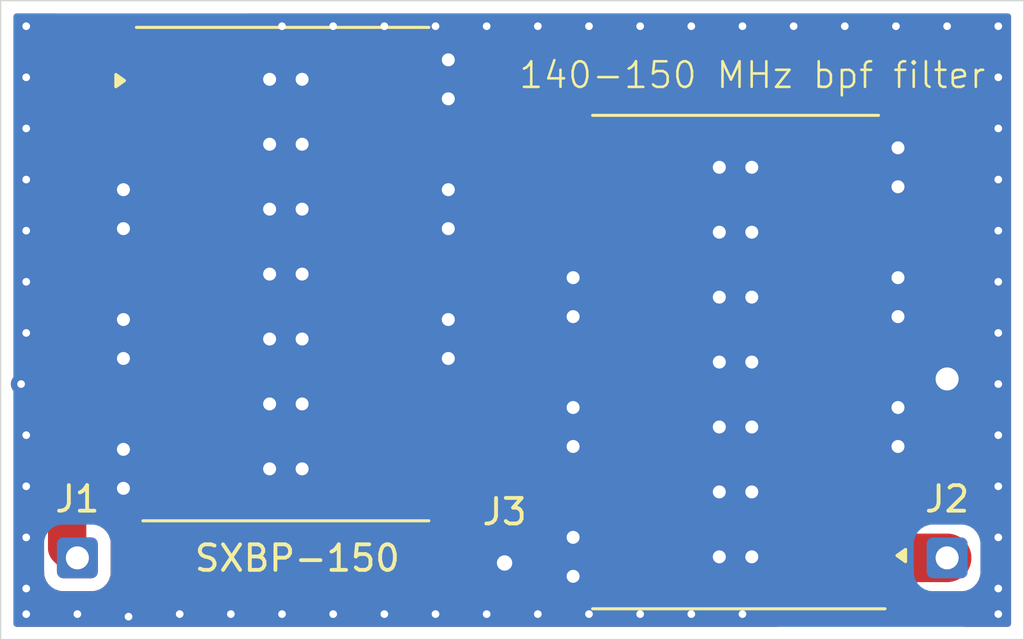
<source format=kicad_pcb>
(kicad_pcb (version 20240108) (generator "pcbnew") (generator_version "8.0")
  (layers (0 "F.Cu" signal) (31 "B.Cu" signal) (34 "B.Paste" user) (35 "F.Paste" user) (36 "B.SilkS" user "B.Silkscreen") (37 "F.SilkS" user "F.Silkscreen") (38 "B.Mask" user) (39 "F.Mask" user) (44 "Edge.Cuts" user))
  (net 0 "")
  (net 1 "Net-(J1-Pin_1)")
  (net 2 "GND")
  (net 3 "Net-(J2-Pin_1)")
  (net 4 "Net-(U1-OUT)")
  (footprint "RF_Mini-Circuits:Mini-Circuits_HF1139_LandPatternPL-230" (layer "F.Cu") (at 113.7295 59.14 180)
    (property "Reference" "U1" (hide yes))
    (property "Value" "SXBP-140")
    (fp_line (start 5.588 9.652) (end -5.588 9.652) (stroke (width 0.12)) (layer "F.SilkS"))
    (fp_line (start 5.588 -9.652) (end -5.842 -9.652) (stroke (width 0.12)) (layer "F.SilkS"))
    (fp_poly (pts (xy -6.31 -7.57) (xy -6.646 -7.33) (xy -6.646 -7.81) (xy -6.31 -7.57)) (stroke (width 0.12)) (fill solid) (layer "F.SilkS"))
    (pad "1" smd rect (at -5.2705 -7.62 90) (size 1.524 1.397) (layers "F.Cu" "F.Paste" "F.Mask") (net 3 "Net-(J2-Pin_1)") (clearance 3.3782))
    (pad "2" smd rect (at 5.2705 -7.62 90) (size 1.524 1.397) (layers "F.Cu" "F.Paste" "F.Mask") (net 2 "GND"))
    (pad "2" thru_hole circle (at 6.35 -8.382 90) (size 1.016 1.016) (drill 0.508) (layers "*.Cu") (net 2 "GND"))
    (pad "2" thru_hole circle (at 6.35 -6.858 90) (size 1.016 1.016) (drill 0.508) (layers "*.Cu") (net 2 "GND"))
    (pad "3" thru_hole circle (at -6.35 -3.302 90) (size 1.016 1.016) (drill 0.508) (layers "*.Cu") (net 2 "GND"))
    (pad "3" thru_hole circle (at -6.35 -1.778 90) (size 1.016 1.016) (drill 0.508) (layers "*.Cu") (net 2 "GND"))
    (pad "3" smd rect (at -5.2705 -2.54 90) (size 1.524 1.397) (layers "F.Cu" "F.Paste" "F.Mask") (net 2 "GND"))
    (pad "4" smd rect (at 5.2705 -2.54 90) (size 1.524 1.397) (layers "F.Cu" "F.Paste" "F.Mask") (net 2 "GND"))
    (pad "4" thru_hole circle (at 6.35 -3.302 90) (size 1.016 1.016) (drill 0.508) (layers "*.Cu") (net 2 "GND"))
    (pad "4" thru_hole circle (at 6.35 -1.778 90) (size 1.016 1.016) (drill 0.508) (layers "*.Cu") (net 2 "GND"))
    (pad "5" thru_hole circle (at -6.35 1.778 90) (size 1.016 1.016) (drill 0.508) (layers "*.Cu") (net 2 "GND"))
    (pad "5" thru_hole circle (at -6.35 3.302 90) (size 1.016 1.016) (drill 0.508) (layers "*.Cu") (net 2 "GND"))
    (pad "5" smd rect (at -5.2705 2.54 90) (size 1.524 1.397) (layers "F.Cu" "F.Paste" "F.Mask") (net 2 "GND"))
    (pad "6" smd rect (at 5.2705 2.54 90) (size 1.524 1.397) (layers "F.Cu" "F.Paste" "F.Mask") (net 2 "GND"))
    (pad "6" thru_hole circle (at 6.35 1.778 90) (size 1.016 1.016) (drill 0.508) (layers "*.Cu") (net 2 "GND"))
    (pad "6" thru_hole circle (at 6.35 3.302 90) (size 1.016 1.016) (drill 0.508) (layers "*.Cu") (net 2 "GND"))
    (pad "7" thru_hole circle (at -6.35 6.858 90) (size 1.016 1.016) (drill 0.508) (layers "*.Cu") (net 2 "GND"))
    (pad "7" thru_hole circle (at -6.35 8.382 90) (size 1.016 1.016) (drill 0.508) (layers "*.Cu") (net 2 "GND"))
    (pad "7" smd rect (at -5.2705 7.62 90) (size 1.524 1.397) (layers "F.Cu" "F.Paste" "F.Mask") (net 2 "GND"))
    (pad "7" smd rect (at -4.0259 2.794 90) (size 13.208 5.6642) (layers "F.Cu") (net 2 "GND"))
    (pad "7" thru_hole circle (at -0.635 -7.62 90) (size 1.016 1.016) (drill 0.508) (layers "*.Cu") (net 2 "GND"))
    (pad "7" thru_hole circle (at -0.635 -5.08 90) (size 1.016 1.016) (drill 0.508) (layers "*.Cu") (net 2 "GND"))
    (pad "7" thru_hole circle (at -0.635 -2.54 90) (size 1.016 1.016) (drill 0.508) (layers "*.Cu") (net 2 "GND"))
    (pad "7" thru_hole circle (at -0.635 0 90) (size 1.016 1.016) (drill 0.508) (layers "*.Cu") (net 2 "GND"))
    (pad "7" thru_hole circle (at -0.635 2.54 90) (size 1.016 1.016) (drill 0.508) (layers "*.Cu") (net 2 "GND"))
    (pad "7" thru_hole circle (at -0.635 5.08 90) (size 1.016 1.016) (drill 0.508) (layers "*.Cu") (net 2 "GND"))
    (pad "7" thru_hole circle (at -0.635 7.62 90) (size 1.016 1.016) (drill 0.508) (layers "*.Cu") (net 2 "GND"))
    (pad "7" smd rect (at 0 0 90) (size 18.796 2.3876) (layers "F.Cu") (net 2 "GND"))
    (pad "7" thru_hole circle (at 0.635 -7.62 90) (size 1.016 1.016) (drill 0.508) (layers "*.Cu") (net 2 "GND"))
    (pad "7" thru_hole circle (at 0.635 -5.08 90) (size 1.016 1.016) (drill 0.508) (layers "*.Cu") (net 2 "GND"))
    (pad "7" thru_hole circle (at 0.635 -2.54 90) (size 1.016 1.016) (drill 0.508) (layers "*.Cu") (net 2 "GND"))
    (pad "7" thru_hole circle (at 0.635 0 90) (size 1.016 1.016) (drill 0.508) (layers "*.Cu") (net 2 "GND"))
    (pad "7" thru_hole circle (at 0.635 2.54 90) (size 1.016 1.016) (drill 0.508) (layers "*.Cu") (net 2 "GND"))
    (pad "7" thru_hole circle (at 0.635 5.08 90) (size 1.016 1.016) (drill 0.508) (layers "*.Cu") (net 2 "GND"))
    (pad "7" thru_hole circle (at 0.635 7.62 90) (size 1.016 1.016) (drill 0.508) (layers "*.Cu") (net 2 "GND"))
    (pad "7" smd rect (at 4.0259 -2.794 90) (size 13.208 5.6642) (layers "F.Cu") (net 2 "GND"))
    (pad "8" smd rect (at 5.2705 7.62 90) (size 1.524 1.397) (layers "F.Cu" "F.Paste" "F.Mask") (net 4 "Net-(U1-OUT)") (clearance 3.3782))
  )
  (footprint "RF_Mini-Circuits:Mini-Circuits_HF1139_LandPatternPL-230" (layer "F.Cu") (at 96.15 55.698)
    (property "Reference" "U2" (hide yes))
    (property "Value" "SXBP-140")
    (fp_line (start 5.588 -9.652) (end -5.842 -9.652) (stroke (width 0.12)) (layer "F.SilkS"))
    (fp_line (start 5.588 9.652) (end -5.588 9.652) (stroke (width 0.12)) (layer "F.SilkS"))
    (fp_poly (pts (xy -6.31 -7.57) (xy -6.646 -7.33) (xy -6.646 -7.81) (xy -6.31 -7.57)) (stroke (width 0.12)) (fill solid) (layer "F.SilkS"))
    (pad "1" smd rect (at -5.2705 -7.62 270) (size 1.524 1.397) (layers "F.Cu" "F.Paste" "F.Mask") (net 1 "Net-(J1-Pin_1)") (clearance 3.3782))
    (pad "2" smd rect (at 5.2705 -7.62 270) (size 1.524 1.397) (layers "F.Cu" "F.Paste" "F.Mask") (net 2 "GND"))
    (pad "2" thru_hole circle (at 6.35 -8.382 270) (size 1.016 1.016) (drill 0.508) (layers "*.Cu") (net 2 "GND"))
    (pad "2" thru_hole circle (at 6.35 -6.858 270) (size 1.016 1.016) (drill 0.508) (layers "*.Cu") (net 2 "GND"))
    (pad "3" thru_hole circle (at -6.35 -3.302 270) (size 1.016 1.016) (drill 0.508) (layers "*.Cu") (net 2 "GND"))
    (pad "3" thru_hole circle (at -6.35 -1.778 270) (size 1.016 1.016) (drill 0.508) (layers "*.Cu") (net 2 "GND"))
    (pad "3" smd rect (at -5.2705 -2.54 270) (size 1.524 1.397) (layers "F.Cu" "F.Paste" "F.Mask") (net 2 "GND"))
    (pad "4" smd rect (at 5.2705 -2.54 270) (size 1.524 1.397) (layers "F.Cu" "F.Paste" "F.Mask") (net 2 "GND"))
    (pad "4" thru_hole circle (at 6.35 -3.302 270) (size 1.016 1.016) (drill 0.508) (layers "*.Cu") (net 2 "GND"))
    (pad "4" thru_hole circle (at 6.35 -1.778 270) (size 1.016 1.016) (drill 0.508) (layers "*.Cu") (net 2 "GND"))
    (pad "5" thru_hole circle (at -6.35 1.778 270) (size 1.016 1.016) (drill 0.508) (layers "*.Cu") (net 2 "GND"))
    (pad "5" thru_hole circle (at -6.35 3.302 270) (size 1.016 1.016) (drill 0.508) (layers "*.Cu") (net 2 "GND"))
    (pad "5" smd rect (at -5.2705 2.54 270) (size 1.524 1.397) (layers "F.Cu" "F.Paste" "F.Mask") (net 2 "GND"))
    (pad "6" smd rect (at 5.2705 2.54 270) (size 1.524 1.397) (layers "F.Cu" "F.Paste" "F.Mask") (net 2 "GND"))
    (pad "6" thru_hole circle (at 6.35 1.778 270) (size 1.016 1.016) (drill 0.508) (layers "*.Cu") (net 2 "GND"))
    (pad "6" thru_hole circle (at 6.35 3.302 270) (size 1.016 1.016) (drill 0.508) (layers "*.Cu") (net 2 "GND"))
    (pad "7" thru_hole circle (at -6.35 6.858 270) (size 1.016 1.016) (drill 0.508) (layers "*.Cu") (net 2 "GND"))
    (pad "7" thru_hole circle (at -6.35 8.382 270) (size 1.016 1.016) (drill 0.508) (layers "*.Cu") (net 2 "GND"))
    (pad "7" smd rect (at -5.2705 7.62 270) (size 1.524 1.397) (layers "F.Cu" "F.Paste" "F.Mask") (net 2 "GND"))
    (pad "7" smd rect (at -4.0259 2.794 270) (size 13.208 5.6642) (layers "F.Cu") (net 2 "GND"))
    (pad "7" thru_hole circle (at -0.635 -7.62 270) (size 1.016 1.016) (drill 0.508) (layers "*.Cu") (net 2 "GND"))
    (pad "7" thru_hole circle (at -0.635 -5.08 270) (size 1.016 1.016) (drill 0.508) (layers "*.Cu") (net 2 "GND"))
    (pad "7" thru_hole circle (at -0.635 -2.54 270) (size 1.016 1.016) (drill 0.508) (layers "*.Cu") (net 2 "GND"))
    (pad "7" thru_hole circle (at -0.635 0 270) (size 1.016 1.016) (drill 0.508) (layers "*.Cu") (net 2 "GND"))
    (pad "7" thru_hole circle (at -0.635 2.54 270) (size 1.016 1.016) (drill 0.508) (layers "*.Cu") (net 2 "GND"))
    (pad "7" thru_hole circle (at -0.635 5.08 270) (size 1.016 1.016) (drill 0.508) (layers "*.Cu") (net 2 "GND"))
    (pad "7" thru_hole circle (at -0.635 7.62 270) (size 1.016 1.016) (drill 0.508) (layers "*.Cu") (net 2 "GND"))
    (pad "7" smd rect (at 0 0 270) (size 18.796 2.3876) (layers "F.Cu") (net 2 "GND"))
    (pad "7" thru_hole circle (at 0.635 -7.62 270) (size 1.016 1.016) (drill 0.508) (layers "*.Cu") (net 2 "GND"))
    (pad "7" thru_hole circle (at 0.635 -5.08 270) (size 1.016 1.016) (drill 0.508) (layers "*.Cu") (net 2 "GND"))
    (pad "7" thru_hole circle (at 0.635 -2.54 270) (size 1.016 1.016) (drill 0.508) (layers "*.Cu") (net 2 "GND"))
    (pad "7" thru_hole circle (at 0.635 0 270) (size 1.016 1.016) (drill 0.508) (layers "*.Cu") (net 2 "GND"))
    (pad "7" thru_hole circle (at 0.635 2.54 270) (size 1.016 1.016) (drill 0.508) (layers "*.Cu") (net 2 "GND"))
    (pad "7" thru_hole circle (at 0.635 5.08 270) (size 1.016 1.016) (drill 0.508) (layers "*.Cu") (net 2 "GND"))
    (pad "7" thru_hole circle (at 0.635 7.62 270) (size 1.016 1.016) (drill 0.508) (layers "*.Cu") (net 2 "GND"))
    (pad "7" smd rect (at 4.0259 -2.794 270) (size 13.208 5.6642) (layers "F.Cu") (net 2 "GND"))
    (pad "8" smd rect (at 5.2705 7.62 270) (size 1.524 1.397) (layers "F.Cu" "F.Paste" "F.Mask") (net 4 "Net-(U1-OUT)") (clearance 3.3782))
  )
  (footprint "Connector_Wire:SolderWire-0.1sqmm_1x02_P3.6mm_D0.4mm_OD1mm" (layer "F.Cu") (at 122 66.8 90)
    (property "Reference" "J2" (at 2.3 0 180) (layer "F.SilkS"))
    (property "Value" "Conn_01x02_Socket" (hide yes))
    (pad "1" thru_hole roundrect (at 0 0 90) (size 1.6 1.6) (drill 0.9) (layers "*.Cu" "*.Mask") (roundrect_rratio 0.15625) (net 3 "Net-(J2-Pin_1)"))
    (pad "2" thru_hole circle (at 7 0 90) (size 1.6 1.6) (drill 0.9) (layers "*.Cu" "*.Mask") (net 2 "GND"))
  )
  (footprint "Connector_Wire:SolderWire-0.1sqmm_1x01_D0.4mm_OD1mm" (layer "F.Cu") (at 104.7 67)
    (property "Reference" "J3" (at 0 -2 0) (layer "F.SilkS"))
    (property "Value" "Conn_01x01_Socket")
    (pad "1" thru_hole roundrect (at 0 0) (size 1.6 1.6) (drill 0.6) (layers "*.Cu" "*.Mask") (roundrect_rratio 0.15625) (net 2 "GND"))
  )
  (footprint "Connector_Wire:SolderWire-0.1sqmm_1x02_P3.6mm_D0.4mm_OD1mm" (layer "F.Cu") (at 88 66.8 90)
    (property "Reference" "J1" (at 2.3 0 180) (layer "F.SilkS"))
    (property "Value" "Conn_01x02_Socket" (hide yes))
    (pad "1" thru_hole roundrect (at 0 0 90) (size 1.6 1.6) (drill 0.9) (layers "*.Cu" "*.Mask") (roundrect_rratio 0.15625) (net 1 "Net-(J1-Pin_1)"))
    (pad "2" thru_hole circle (at 6.8 -2.2 91.2) (size 0.8 0.8) (drill 0.3) (layers "*.Cu" "*.Mask") (net 2 "GND"))
  )
  (gr_rect (start 85 45) (end 125 70) (stroke (width 0.05)) (fill none) (layer "Edge.Cuts"))
  (gr_text "SXBP-150" (at 92.5 67.4 0) (layer "F.SilkS") (effects (font (size 1 1)) (justify left bottom)))
  (gr_text "140-150 MHz bpf filter" (at 105.2 48.5 0) (layer "F.SilkS") (effects (font (size 1 1) (thickness 0.1)) (justify left bottom)))
  (segment (start 87.6 66.4) (end 87.6 49.9) (width 1.5) (layer "F.Cu") (net 1))
  (segment (start 89.422 48.078) (end 90.8795 48.078) (width 1.5) (layer "F.Cu") (net 1))
  (segment (start 88 66.8) (end 87.6 66.4) (width 1.5) (layer "F.Cu") (net 1))
  (segment (start 87.6 49.9) (end 89.422 48.078) (width 1.5) (layer "F.Cu") (net 1))
  (via (at 124 66) (size 0.6) (drill 0.3) (layers "F.Cu" "B.Cu") (net 2))
  (via (at 86 58) (size 0.6) (drill 0.3) (layers "F.Cu" "B.Cu") (net 2))
  (via (at 96 46) (size 0.6) (drill 0.3) (layers "F.Cu" "B.Cu") (net 2))
  (via (at 86 64) (size 0.6) (drill 0.3) (layers "F.Cu" "B.Cu") (net 2))
  (via (at 124 50) (size 0.6) (drill 0.3) (layers "F.Cu" "B.Cu") (net 2))
  (via (at 110 69) (size 0.6) (drill 0.3) (layers "F.Cu" "B.Cu") (net 2))
  (via (at 124 52) (size 0.6) (drill 0.3) (layers "F.Cu" "B.Cu") (net 2))
  (via (at 114 69) (size 0.6) (drill 0.3) (layers "F.Cu" "B.Cu") (net 2))
  (via (at 86 68) (size 0.6) (drill 0.3) (layers "F.Cu" "B.Cu") (net 2))
  (via (at 86 46) (size 0.6) (drill 0.3) (layers "F.Cu" "B.Cu") (net 2))
  (via (at 124 68) (size 0.6) (drill 0.3) (layers "F.Cu" "B.Cu") (net 2))
  (via (at 124 56) (size 0.6) (drill 0.3) (layers "F.Cu" "B.Cu") (net 2))
  (via (at 104 46) (size 0.6) (drill 0.3) (layers "F.Cu" "B.Cu") (net 2))
  (via (at 92 69) (size 0.6) (drill 0.3) (layers "F.Cu" "B.Cu") (net 2))
  (via (at 96 69) (size 0.6) (drill 0.3) (layers "F.Cu" "B.Cu") (net 2))
  (via (at 102 46) (size 0.6) (drill 0.3) (layers "F.Cu" "B.Cu") (net 2))
  (via (at 124 62) (size 0.6) (drill 0.3) (layers "F.Cu" "B.Cu") (net 2))
  (via (at 124 46) (size 0.6) (drill 0.3) (layers "F.Cu" "B.Cu") (net 2))
  (via (at 90 69.1) (size 0.6) (drill 0.3) (layers "F.Cu" "B.Cu") (net 2))
  (via (at 110 46) (size 0.6) (drill 0.3) (layers "F.Cu" "B.Cu") (net 2))
  (via (at 88 69) (size 0.6) (drill 0.3) (layers "F.Cu" "B.Cu") (net 2))
  (via (at 102 69) (size 0.6) (drill 0.3) (layers "F.Cu" "B.Cu") (net 2))
  (via (at 124 64) (size 0.6) (drill 0.3) (layers "F.Cu" "B.Cu") (net 2))
  (via (at 86 66) (size 0.6) (drill 0.3) (layers "F.Cu" "B.Cu") (net 2))
  (via (at 86 52) (size 0.6) (drill 0.3) (layers "F.Cu" "B.Cu") (net 2))
  (via (at 98 46) (size 0.6) (drill 0.3) (layers "F.Cu" "B.Cu") (net 2))
  (via (at 124 48) (size 0.6) (drill 0.3) (layers "F.Cu" "B.Cu") (net 2))
  (via (at 86 48) (size 0.6) (drill 0.3) (layers "F.Cu" "B.Cu") (net 2))
  (via (at 94 69) (size 0.6) (drill 0.3) (layers "F.Cu" "B.Cu") (net 2))
  (via (at 116 46) (size 0.6) (drill 0.3) (layers "F.Cu" "B.Cu") (net 2))
  (via (at 112 69) (size 0.6) (drill 0.3) (layers "F.Cu" "B.Cu") (net 2))
  (via (at 118 46) (size 0.6) (drill 0.3) (layers "F.Cu" "B.Cu") (net 2))
  (via (at 86 56) (size 0.6) (drill 0.3) (layers "F.Cu" "B.Cu") (net 2))
  (via (at 112 46) (size 0.6) (drill 0.3) (layers "F.Cu" "B.Cu") (net 2))
  (via (at 104 69) (size 0.6) (drill 0.3) (layers "F.Cu" "B.Cu") (net 2))
  (via (at 86 62) (size 0.6) (drill 0.3) (layers "F.Cu" "B.Cu") (net 2))
  (via (at 106 46) (size 0.6) (drill 0.3) (layers "F.Cu" "B.Cu") (net 2))
  (via (at 124 58) (size 0.6) (drill 0.3) (layers "F.Cu" "B.Cu") (net 2))
  (via (at 124 69) (size 0.6) (drill 0.3) (layers "F.Cu" "B.Cu") (net 2))
  (via (at 98 69) (size 0.6) (drill 0.3) (layers "F.Cu" "B.Cu") (net 2))
  (via (at 108 46) (size 0.6) (drill 0.3) (layers "F.Cu" "B.Cu") (net 2))
  (via (at 86 54) (size 0.6) (drill 0.3) (layers "F.Cu" "B.Cu") (net 2))
  (via (at 114 46) (size 0.6) (drill 0.3) (layers "F.Cu" "B.Cu") (net 2))
  (via (at 124 54) (size 0.6) (drill 0.3) (layers "F.Cu" "B.Cu") (net 2))
  (via (at 122 46) (size 0.6) (drill 0.3) (layers "F.Cu" "B.Cu") (net 2))
  (via (at 100 69) (size 0.6) (drill 0.3) (layers "F.Cu" "B.Cu") (net 2))
  (via (at 100 46) (size 0.6) (drill 0.3) (layers "F.Cu" "B.Cu") (net 2))
  (via (at 108 69) (size 0.6) (drill 0.3) (layers "F.Cu" "B.Cu") (net 2))
  (via (at 120 46) (size 0.6) (drill 0.3) (layers "F.Cu" "B.Cu") (net 2))
  (via (at 124 60) (size 0.6) (drill 0.3) (layers "F.Cu" "B.Cu") (net 2))
  (via (at 106 69) (size 0.6) (drill 0.3) (layers "F.Cu" "B.Cu") (net 2))
  (via (at 86 50) (size 0.6) (drill 0.3) (layers "F.Cu" "B.Cu") (net 2))
  (via (at 86 69) (size 0.6) (drill 0.3) (layers "F.Cu" "B.Cu") (net 2))
  (segment (start 122 66.8) (end 119.04 66.8) (width 1.9) (layer "F.Cu") (net 3))
  (segment (start 119.04 66.8) (end 119 66.76) (width 1.9) (layer "F.Cu") (net 3))
  (segment (start 106.68 51.52) (end 108.459 51.52) (width 1.5) (layer "F.Cu") (net 4))
  (segment (start 101.4205 63.318) (end 103.382 63.318) (width 1.5) (layer "F.Cu") (net 4))
  (segment (start 104.9 61.8) (end 104.9 53.3) (width 1.5) (layer "F.Cu") (net 4))
  (segment (start 104.9 53.3) (end 106.68 51.52) (width 1.5) (layer "F.Cu") (net 4))
  (segment (start 103.382 63.318) (end 104.9 61.8) (width 1.5) (layer "F.Cu") (net 4))
  (zone (net 2) (net_name "GND") (layers "F&B.Cu") (connect_pads yes (clearance 0.5)) (min_thickness 0.25) (fill yes (thermal_gap 0.5) (thermal_bridge_width 0.5))
    (polygon (pts (xy 85 45) (xy 125 45) (xy 125 70) (xy 85 70)))
  )
)
</source>
